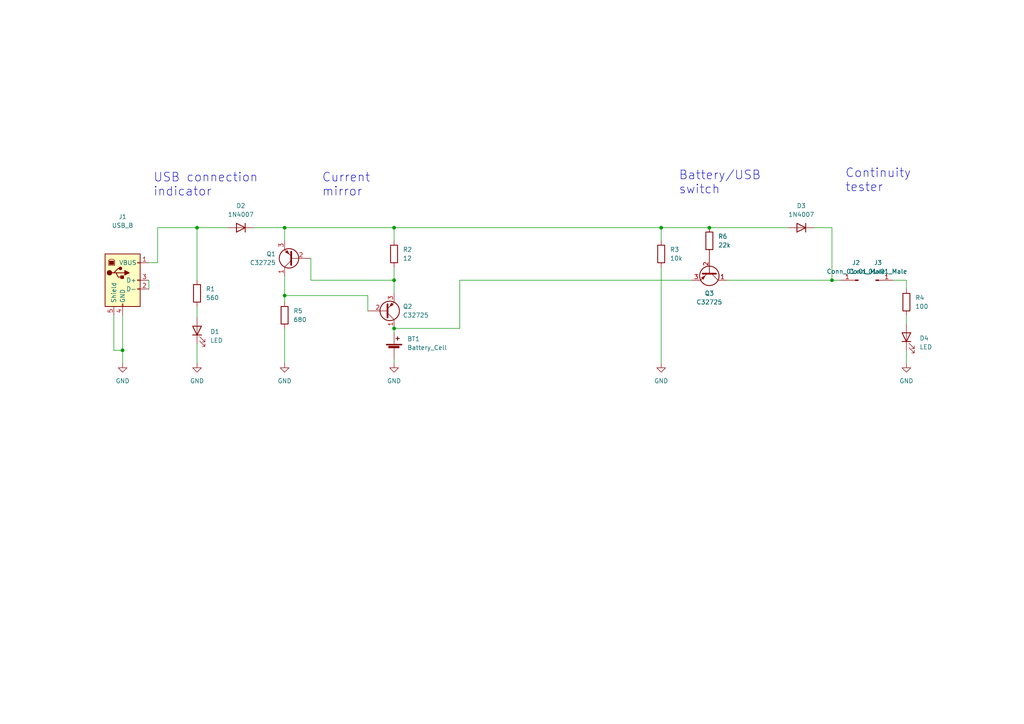
<source format=kicad_sch>
(kicad_sch (version 20211123) (generator eeschema)
  (paper "A4")
  (lib_symbols
    (symbol "Connector:Conn_01x01_Male" (pin_names (offset 1.016) hide)
      (property "Reference" "J" (at 0 2.54 0))
      (property "Value" "Conn_01x01_Male" (at 0 -2.54 0))
      (symbol "Conn_01x01_Male_1_1"
        (polyline (pts (xy 1.27 0) (xy 0.8636 0)) (stroke (width 0.1524)))
        (rectangle (start 0.8636 0.127) (end 0 -0.127) (stroke (width 0.1524)) (fill (type outline)))
        (pin passive line (at 5.08 0 180) (length 3.81) (name "Pin_1") (number "1"))
      )
    )
    (symbol "Connector:USB_B" (pin_names (offset 1.016))
      (property "Reference" "J" (at -5.08 11.43 0))
      (property "Value" "USB_B" (at -5.08 8.89 0))
      (symbol "USB_B_0_1"
        (rectangle (start -5.08 -7.62) (end 5.08 7.62) (stroke (width 0.254)) (fill (type background)))
        (circle (center -3.81 2.159) (radius 0.635) (stroke (width 0.254)) (fill (type outline)))
        (rectangle (start -3.81 5.588) (end -2.54 4.572) (fill (type outline)))
        (circle (center -0.635 3.429) (radius 0.381) (stroke (width 0.254)) (fill (type outline)))
        (rectangle (start -0.127 -7.62) (end 0.127 -6.858))
        (polyline (pts (xy -1.905 2.159) (xy 0.635 2.159)) (stroke (width 0.254)))
        (polyline (pts (xy -3.175 2.159) (xy -2.54 2.159) (xy -1.27 3.429) (xy -0.635 3.429)) (stroke (width 0.254)))
        (polyline (pts (xy -2.54 2.159) (xy -1.905 2.159) (xy -1.27 0.889) (xy 0 0.889)) (stroke (width 0.254)))
        (polyline (pts (xy 0.635 2.794) (xy 0.635 1.524) (xy 1.905 2.159) (xy 0.635 2.794)) (stroke (width 0.254)) (fill (type outline)))
        (polyline (pts (xy -4.064 4.318) (xy -2.286 4.318) (xy -2.286 5.715) (xy -2.667 6.096) (xy -3.683 6.096) (xy -4.064 5.715) (xy -4.064 4.318)))
        (rectangle (start 0.254 1.27) (end -0.508 0.508) (stroke (width 0.254)) (fill (type outline)))
        (rectangle (start 5.08 -2.667) (end 4.318 -2.413))
        (rectangle (start 5.08 -0.127) (end 4.318 0.127))
        (rectangle (start 5.08 4.953) (end 4.318 5.207))
      )
      (symbol "USB_B_1_1"
        (pin power_out line (at 7.62 5.08 180) (length 2.54) (name "VBUS") (number "1"))
        (pin bidirectional line (at 7.62 -2.54 180) (length 2.54) (name "D-") (number "2"))
        (pin bidirectional line (at 7.62 0 180) (length 2.54) (name "D+") (number "3"))
        (pin power_out line (at 0 -10.16 90) (length 2.54) (name "GND") (number "4"))
        (pin passive line (at -2.54 -10.16 90) (length 2.54) (name "Shield") (number "5"))
      )
    )
    (symbol "Device:Battery_Cell" (pin_numbers hide) (pin_names (offset 0) hide)
      (property "Reference" "BT" (at 2.54 2.54 0))
      (property "Value" "Battery_Cell" (at 2.54 0 0))
      (symbol "Battery_Cell_0_1"
        (rectangle (start -2.286 1.778) (end 2.286 1.524) (fill (type outline)))
        (rectangle (start -1.5748 1.1938) (end 1.4732 0.6858) (fill (type outline)))
        (polyline (pts (xy 0 0.762) (xy 0 0)))
        (polyline (pts (xy 0 1.778) (xy 0 2.54)))
        (polyline (pts (xy 0.508 3.429) (xy 1.524 3.429)) (stroke (width 0.254)))
        (polyline (pts (xy 1.016 3.937) (xy 1.016 2.921)) (stroke (width 0.254)))
      )
      (symbol "Battery_Cell_1_1"
        (pin passive line (at 0 5.08 270) (length 2.54) (name "+") (number "1"))
        (pin passive line (at 0 -2.54 90) (length 2.54) (name "-") (number "2"))
      )
    )
    (symbol "Device:D" (pin_numbers hide) (pin_names (offset 1.016) hide)
      (property "Reference" "D" (at 0 2.54 0))
      (property "Value" "D" (at 0 -2.54 0))
      (symbol "D_0_1"
        (polyline (pts (xy -1.27 1.27) (xy -1.27 -1.27)) (stroke (width 0.254)))
        (polyline (pts (xy 1.27 0) (xy -1.27 0)))
        (polyline (pts (xy 1.27 1.27) (xy 1.27 -1.27) (xy -1.27 0) (xy 1.27 1.27)) (stroke (width 0.254)))
      )
      (symbol "D_1_1"
        (pin passive line (at -3.81 0 0) (length 2.54) (name "K") (number "1"))
        (pin passive line (at 3.81 0 180) (length 2.54) (name "A") (number "2"))
      )
    )
    (symbol "Device:LED" (pin_numbers hide) (pin_names (offset 1.016) hide)
      (property "Reference" "D" (at 0 2.54 0))
      (property "Value" "LED" (at 0 -2.54 0))
      (symbol "LED_0_1"
        (polyline (pts (xy -1.27 -1.27) (xy -1.27 1.27)) (stroke (width 0.254)))
        (polyline (pts (xy -1.27 0) (xy 1.27 0)))
        (polyline (pts (xy 1.27 -1.27) (xy 1.27 1.27) (xy -1.27 0) (xy 1.27 -1.27)) (stroke (width 0.254)))
        (polyline (pts (xy -3.048 -0.762) (xy -4.572 -2.286) (xy -3.81 -2.286) (xy -4.572 -2.286) (xy -4.572 -1.524)))
        (polyline (pts (xy -1.778 -0.762) (xy -3.302 -2.286) (xy -2.54 -2.286) (xy -3.302 -2.286) (xy -3.302 -1.524)))
      )
      (symbol "LED_1_1"
        (pin passive line (at -3.81 0 0) (length 2.54) (name "K") (number "1"))
        (pin passive line (at 3.81 0 180) (length 2.54) (name "A") (number "2"))
      )
    )
    (symbol "Device:Q_PNP_CBE" (pin_names (offset 0) hide)
      (property "Reference" "Q" (at 5.08 1.27 0))
      (property "Value" "Q_PNP_CBE" (at 5.08 -1.27 0))
      (symbol "Q_PNP_CBE_0_1"
        (polyline (pts (xy 0.635 0.635) (xy 2.54 2.54)))
        (polyline (pts (xy 0.635 -0.635) (xy 2.54 -2.54) (xy 2.54 -2.54)))
        (polyline (pts (xy 0.635 1.905) (xy 0.635 -1.905) (xy 0.635 -1.905)) (stroke (width 0.508)))
        (polyline (pts (xy 2.286 -1.778) (xy 1.778 -2.286) (xy 1.27 -1.27) (xy 2.286 -1.778) (xy 2.286 -1.778)) (fill (type outline)))
        (circle (center 1.27 0) (radius 2.8194) (stroke (width 0.254)))
      )
      (symbol "Q_PNP_CBE_1_1"
        (pin passive line (at 2.54 5.08 270) (length 2.54) (name "C") (number "1"))
        (pin input line (at -5.08 0 0) (length 5.715) (name "B") (number "2"))
        (pin passive line (at 2.54 -5.08 90) (length 2.54) (name "E") (number "3"))
      )
    )
    (symbol "Device:R" (pin_numbers hide) (pin_names (offset 0))
      (property "Reference" "R" (at 2.032 0 90))
      (property "Value" "R" (at 0 0 90))
      (symbol "R_0_1"
        (rectangle (start -1.016 -2.54) (end 1.016 2.54) (stroke (width 0.254)))
      )
      (symbol "R_1_1"
        (pin passive line (at 0 3.81 270) (length 1.27) (name "~") (number "1"))
        (pin passive line (at 0 -3.81 90) (length 1.27) (name "~") (number "2"))
      )
    )
    (symbol "power:GND" (power) (pin_names (offset 0))
      (property "Value" "GND" (at 0 -3.81 0))
      (symbol "GND_0_1"
        (polyline (pts (xy 0 0) (xy 0 -1.27) (xy 1.27 -1.27) (xy 0 -2.54) (xy -1.27 -1.27) (xy 0 -1.27)))
      )
      (symbol "GND_1_1"
        (pin power_in line (at 0 0 270) (length 0) hide (name "GND") (number "1"))
      )
    )
  )
  (junction (at 82.55 66.04))
  (junction (at 35.56 101.6))
  (junction (at 205.74 66.04))
  (junction (at 114.3 95.25))
  (junction (at 114.3 66.04))
  (junction (at 57.15 66.04))
  (junction (at 191.77 66.04))
  (junction (at 114.3 81.28))
  (junction (at 241.3 81.28))
  (junction (at 82.55 85.725))
  (wire (pts (xy 82.55 69.85) (xy 82.55 66.04)))
  (wire (pts (xy 236.22 66.04) (xy 241.3 66.04)))
  (wire (pts (xy 82.55 66.04) (xy 114.3 66.04)))
  (wire (pts (xy 114.3 77.47) (xy 114.3 81.28)))
  (wire (pts (xy 191.77 77.47) (xy 191.77 105.41)))
  (wire (pts (xy 82.55 85.725) (xy 82.55 87.63)))
  (wire (pts (xy 210.82 81.28) (xy 241.3 81.28)))
  (wire (pts (xy 262.89 91.44) (xy 262.89 93.98)))
  (wire (pts (xy 35.56 101.6) (xy 35.56 105.41)))
  (wire (pts (xy 133.35 81.28) (xy 200.66 81.28)))
  (wire (pts (xy 57.15 66.04) (xy 66.04 66.04)))
  (wire (pts (xy 205.74 66.04) (xy 228.6 66.04)))
  (wire (pts (xy 45.72 66.04) (xy 57.15 66.04)))
  (wire (pts (xy 262.89 81.28) (xy 262.89 83.82)))
  (wire (pts (xy 191.77 66.04) (xy 191.77 69.85)))
  (wire (pts (xy 57.15 88.9) (xy 57.15 92.075)))
  (wire (pts (xy 241.3 81.28) (xy 241.3 66.04)))
  (wire (pts (xy 90.17 81.28) (xy 114.3 81.28)))
  (wire (pts (xy 73.66 66.04) (xy 82.55 66.04)))
  (wire (pts (xy 241.3 81.28) (xy 243.84 81.28)))
  (wire (pts (xy 57.15 99.695) (xy 57.15 105.41)))
  (wire (pts (xy 114.3 66.04) (xy 114.3 69.85)))
  (wire (pts (xy 82.55 80.01) (xy 82.55 85.725)))
  (wire (pts (xy 114.3 66.04) (xy 191.77 66.04)))
  (wire (pts (xy 114.3 95.25) (xy 114.3 96.52)))
  (wire (pts (xy 90.17 74.93) (xy 90.17 81.28)))
  (wire (pts (xy 114.3 81.28) (xy 114.3 85.09)))
  (wire (pts (xy 35.56 91.44) (xy 35.56 101.6)))
  (wire (pts (xy 57.15 66.04) (xy 57.15 81.28)))
  (wire (pts (xy 191.77 66.04) (xy 205.74 66.04)))
  (wire (pts (xy 114.3 104.14) (xy 114.3 105.41)))
  (wire (pts (xy 43.18 76.2) (xy 45.72 76.2)))
  (wire (pts (xy 133.35 95.25) (xy 133.35 81.28)))
  (wire (pts (xy 45.72 66.04) (xy 45.72 76.2)))
  (wire (pts (xy 114.3 95.25) (xy 133.35 95.25)))
  (wire (pts (xy 106.68 85.725) (xy 106.68 90.17)))
  (wire (pts (xy 259.08 81.28) (xy 262.89 81.28)))
  (wire (pts (xy 33.02 91.44) (xy 33.02 101.6)))
  (wire (pts (xy 262.89 101.6) (xy 262.89 105.41)))
  (wire (pts (xy 82.55 85.725) (xy 106.68 85.725)))
  (wire (pts (xy 43.18 81.28) (xy 43.18 83.82)))
  (wire (pts (xy 33.02 101.6) (xy 35.56 101.6)))
  (wire (pts (xy 82.55 95.25) (xy 82.55 105.41)))
  (text "Current\nmirror" (at 93.345 57.15 0) (effects (font (size 2.54 2.54)) (justify left bottom)))
  (text "Continuity\ntester" (at 245.11 55.88 0) (effects (font (size 2.54 2.54)) (justify left bottom)))
  (text "Battery/USB\nswitch" (at 196.85 56.515 0) (effects (font (size 2.54 2.54)) (justify left bottom)))
  (text "USB connection\nindicator" (at 44.45 57.15 0) (effects (font (size 2.54 2.54)) (justify left bottom)))
  (symbol (lib_id "Device:D") (at 69.85 66.04 180) (unit 1)
    (property "Reference" "D2" (at 69.85 59.69 0))
    (property "Value" "1N4007" (at 69.85 62.23 0))
    (property "Footprint" "Diode_THT:D_DO-41_SOD81_P10.16mm_Horizontal" (effects hide))
  )
  (symbol (lib_id "Device:Q_PNP_CBE") (at 85.09 74.93 180) (unit 1)
    (property "Reference" "Q1" (at 80.01 73.6599 0) (effects (justify left)))
    (property "Value" "C32725" (at 80.01 76.1999 0) (effects (justify left)))
    (property "Footprint" "Package_TO_SOT_THT:TO-92" (effects hide))
  )
  (symbol (lib_id "Device:R") (at 82.55 91.44 0) (unit 1)
    (property "Reference" "R5" (at 85.09 90.1699 0) (effects (justify left)))
    (property "Value" "680" (at 85.09 92.7099 0) (effects (justify left)))
    (property "Footprint" "Resistor_THT:R_Box_L13.0mm_W4.0mm_P9.00mm" (effects hide))
  )
  (symbol (lib_id "power:GND") (at 262.89 105.41 0) (unit 1)
    (property "Reference" "#PWR07" (effects hide))
    (property "Value" "GND" (at 262.89 110.49 0))
  )
  (symbol (lib_id "Device:Q_PNP_CBE") (at 111.76 90.17 0) (mirror x) (unit 1)
    (property "Reference" "Q2" (at 116.84 88.8999 0) (effects (justify left)))
    (property "Value" "C32725" (at 116.84 91.4399 0) (effects (justify left)))
    (property "Footprint" "Package_TO_SOT_THT:TO-92" (effects hide))
  )
  (symbol (lib_id "Device:R") (at 262.89 87.63 0) (unit 1)
    (property "Reference" "R4" (at 265.43 86.3599 0) (effects (justify left)))
    (property "Value" "100" (at 265.43 88.8999 0) (effects (justify left)))
    (property "Footprint" "Resistor_THT:R_Box_L13.0mm_W4.0mm_P9.00mm" (effects hide))
  )
  (symbol (lib_id "Device:R") (at 191.77 73.66 0) (unit 1)
    (property "Reference" "R3" (at 194.31 72.3899 0) (effects (justify left)))
    (property "Value" "10k" (at 194.31 74.9299 0) (effects (justify left)))
    (property "Footprint" "Resistor_THT:R_Box_L13.0mm_W4.0mm_P9.00mm" (effects hide))
  )
  (symbol (lib_id "Device:R") (at 205.74 69.85 0) (unit 1)
    (property "Reference" "R6" (at 208.28 68.5799 0) (effects (justify left)))
    (property "Value" "22k" (at 208.28 71.1199 0) (effects (justify left)))
    (property "Footprint" "Resistor_THT:R_Box_L13.0mm_W4.0mm_P9.00mm" (effects hide))
  )
  (symbol (lib_id "Device:R") (at 114.3 73.66 0) (unit 1)
    (property "Reference" "R2" (at 116.84 72.3899 0) (effects (justify left)))
    (property "Value" "12" (at 116.84 74.9299 0) (effects (justify left)))
    (property "Footprint" "Resistor_THT:R_Box_L13.0mm_W4.0mm_P9.00mm" (effects hide))
  )
  (symbol (lib_id "Device:Battery_Cell") (at 114.3 101.6 0) (unit 1)
    (property "Reference" "BT1" (at 118.11 98.2979 0) (effects (justify left)))
    (property "Value" "Battery_Cell" (at 118.11 100.8379 0) (effects (justify left)))
    (property "Footprint" "Battery:BatteryHolder_TruPower_BH-331P_3xAA" (effects hide))
  )
  (symbol (lib_id "power:GND") (at 114.3 105.41 0) (unit 1)
    (property "Reference" "#PWR04" (effects hide))
    (property "Value" "GND" (at 114.3 110.49 0))
  )
  (symbol (lib_id "power:GND") (at 57.15 105.41 0) (unit 1)
    (property "Reference" "#PWR02" (effects hide))
    (property "Value" "GND" (at 57.15 110.49 0))
  )
  (symbol (lib_id "Device:Q_PNP_CBE") (at 205.74 78.74 270) (unit 1)
    (property "Reference" "Q3" (at 205.74 85.09 90))
    (property "Value" "C32725" (at 205.74 87.63 90))
    (property "Footprint" "Package_TO_SOT_THT:TO-92" (effects hide))
  )
  (symbol (lib_id "power:GND") (at 35.56 105.41 0) (unit 1)
    (property "Reference" "#PWR01" (effects hide))
    (property "Value" "GND" (at 35.56 110.49 0))
  )
  (symbol (lib_id "power:GND") (at 82.55 105.41 0) (unit 1)
    (property "Reference" "#PWR03" (effects hide))
    (property "Value" "GND" (at 82.55 110.49 0))
  )
  (symbol (lib_id "Connector:Conn_01x01_Male") (at 254 81.28 0) (unit 1)
    (property "Reference" "J3" (at 254.635 76.2 0))
    (property "Value" "Conn_01x01_Male" (at 254.635 78.74 0))
    (property "Footprint" "TestPoint:TestPoint_Plated_Hole_D2.0mm" (effects hide))
  )
  (symbol (lib_id "Device:LED") (at 262.89 97.79 90) (unit 1)
    (property "Reference" "D4" (at 266.7 98.1074 90) (effects (justify right)))
    (property "Value" "LED" (at 266.7 100.6474 90) (effects (justify right)))
    (property "Footprint" "LED_THT:LED_D3.0mm" (effects hide))
  )
  (symbol (lib_id "power:GND") (at 191.77 105.41 0) (unit 1)
    (property "Reference" "#PWR06" (effects hide))
    (property "Value" "GND" (at 191.77 110.49 0))
  )
  (symbol (lib_id "Connector:USB_B") (at 35.56 81.28 0) (unit 1)
    (property "Reference" "J1" (at 35.56 62.865 0))
    (property "Value" "USB_B" (at 35.56 65.405 0))
    (property "Footprint" "Connector_USB:USB_B_OST_USB-B1HSxx_Horizontal" (effects hide))
    (property "Datasheet" " ~" (effects hide))
  )
  (symbol (lib_id "Connector:Conn_01x01_Male") (at 248.92 81.28 180) (unit 1)
    (property "Reference" "J2" (at 248.285 76.2 0))
    (property "Value" "Conn_01x01_Male" (at 248.285 78.74 0))
    (property "Footprint" "TestPoint:TestPoint_Plated_Hole_D2.0mm" (effects hide))
  )
  (symbol (lib_id "Device:LED") (at 57.15 95.885 90) (unit 1)
    (property "Reference" "D1" (at 60.96 96.2024 90) (effects (justify right)))
    (property "Value" "LED" (at 60.96 98.7424 90) (effects (justify right)))
    (property "Footprint" "LED_THT:LED_D3.0mm" (effects hide))
  )
  (symbol (lib_id "Device:D") (at 232.41 66.04 180) (unit 1)
    (property "Reference" "D3" (at 232.41 59.69 0))
    (property "Value" "1N4007" (at 232.41 62.23 0))
    (property "Footprint" "Diode_THT:D_DO-41_SOD81_P10.16mm_Horizontal" (effects hide))
  )
  (symbol (lib_id "Device:R") (at 57.15 85.09 0) (unit 1)
    (property "Reference" "R1" (at 59.69 83.8199 0) (effects (justify left)))
    (property "Value" "560" (at 59.69 86.3599 0) (effects (justify left)))
    (property "Footprint" "Resistor_THT:R_Box_L13.0mm_W4.0mm_P9.00mm" (effects hide))
  )
)
</source>
